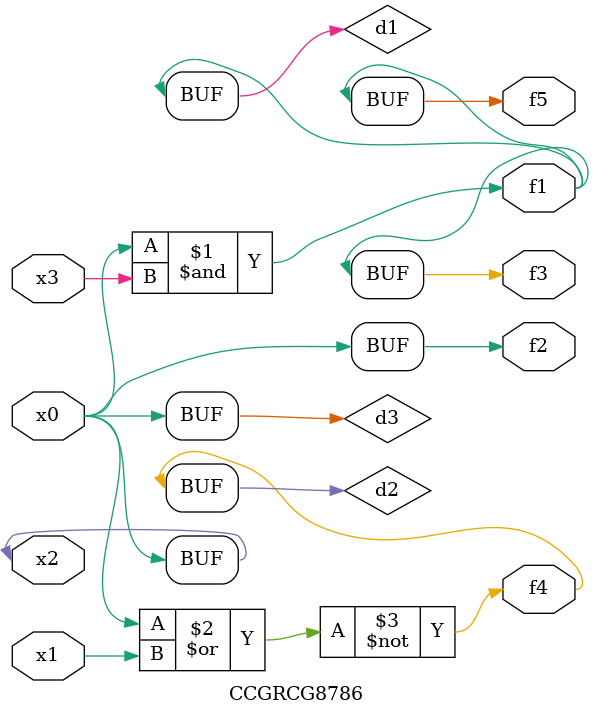
<source format=v>
module CCGRCG8786(
	input x0, x1, x2, x3,
	output f1, f2, f3, f4, f5
);

	wire d1, d2, d3;

	and (d1, x2, x3);
	nor (d2, x0, x1);
	buf (d3, x0, x2);
	assign f1 = d1;
	assign f2 = d3;
	assign f3 = d1;
	assign f4 = d2;
	assign f5 = d1;
endmodule

</source>
